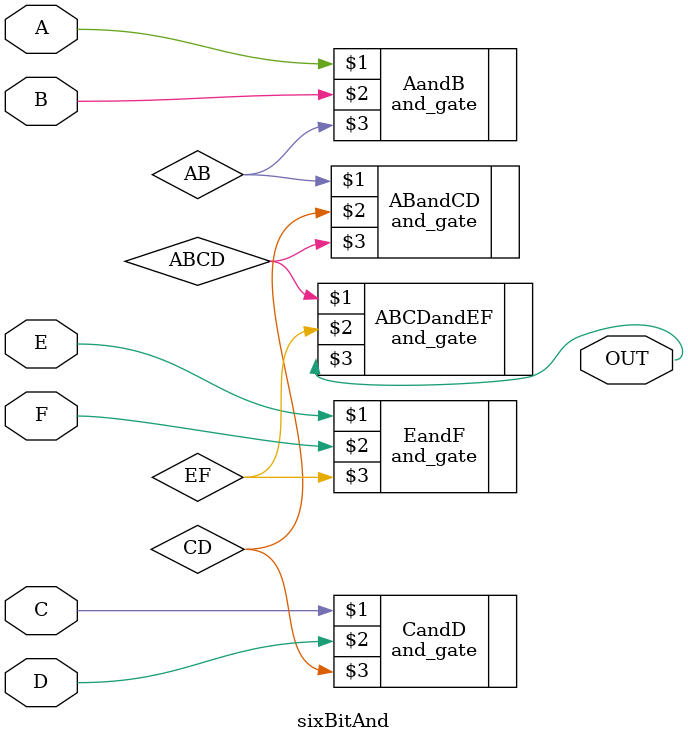
<source format=v>
`timescale 1ns/10ps

module sixBitAnd(A,B,C,D,E,F,OUT);
    input A,B,C,D,E,F;
    output OUT;
    wire AB;
    wire CD;
    wire EF;
    wire ABCD;
    and_gate AandB(A,B,AB);
    and_gate CandD(C,D,CD);
    and_gate EandF(E,F,EF);
    and_gate ABandCD(AB,CD,ABCD);
    and_gate ABCDandEF(ABCD,EF,OUT);
endmodule

</source>
